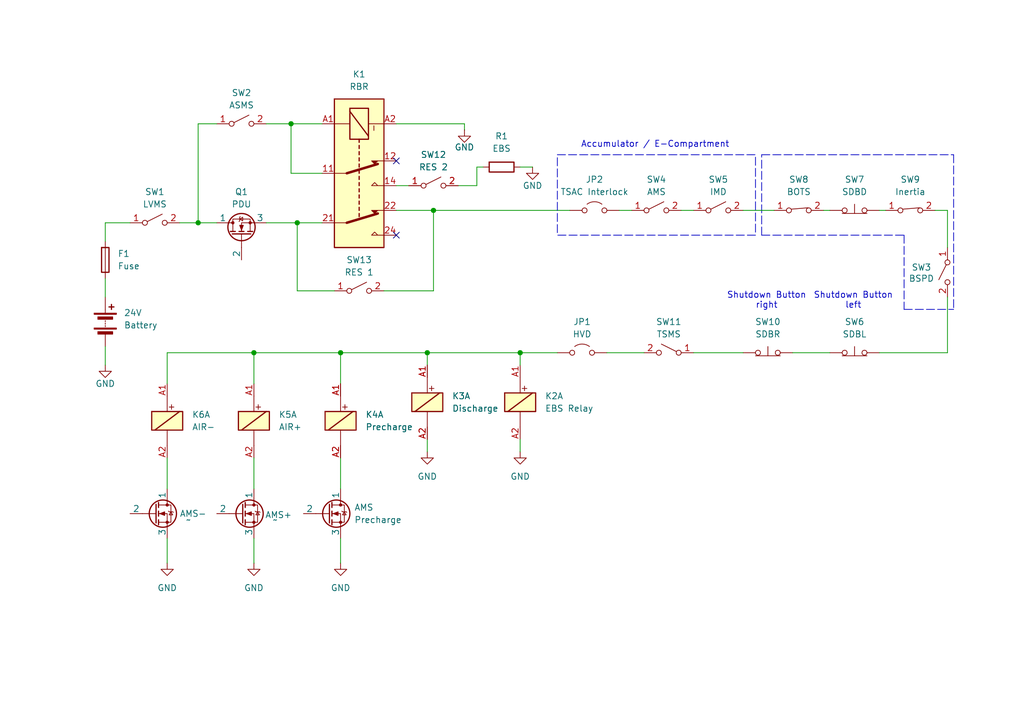
<source format=kicad_sch>
(kicad_sch (version 20231120) (generator "eeschema") (generator_version "8.0")
  (paper "A5")
  (lib_symbols
    (symbol "Device:Battery" (pin_numbers hide) (pin_names (offset 0) hide)
      (property "Reference" "BT" (at 2.54 2.54 0))
      (property "Value" "Battery" (at 2.54 0 0))
      (symbol "Battery_0_1"
        (rectangle (start -2.286 -1.27) (end 2.286 -1.524) (fill (type outline)))
        (rectangle (start -2.286 1.778) (end 2.286 1.524) (fill (type outline)))
        (rectangle (start -1.524 -2.032) (end 1.524 -2.54) (fill (type outline)))
        (rectangle (start -1.524 1.016) (end 1.524 0.508) (fill (type outline)))
        (polyline (pts (xy 0 -1.016) (xy 0 -0.762)))
        (polyline (pts (xy 0 -0.508) (xy 0 -0.254)))
        (polyline (pts (xy 0 0) (xy 0 0.254)))
        (polyline (pts (xy 0 1.778) (xy 0 2.54)))
        (polyline (pts (xy 0.762 3.048) (xy 1.778 3.048)) (stroke (width 0.254)))
        (polyline (pts (xy 1.27 3.556) (xy 1.27 2.54)) (stroke (width 0.254)))
      )
      (symbol "Battery_1_1"
        (pin passive line (at 0 5.08 270) (length 2.54) (name "+") (number "1"))
        (pin passive line (at 0 -5.08 90) (length 2.54) (name "-") (number "2"))
      )
    )
    (symbol "Device:Fuse" (pin_numbers hide) (pin_names (offset 0))
      (property "Reference" "F" (at 2.032 0 90))
      (property "Value" "Fuse" (at -1.905 0 90))
      (symbol "Fuse_0_1"
        (rectangle (start -0.762 -2.54) (end 0.762 2.54) (stroke (width 0.254)))
        (polyline (pts (xy 0 2.54) (xy 0 -2.54)))
      )
      (symbol "Fuse_1_1"
        (pin passive line (at 0 3.81 270) (length 1.27) (name "~") (number "1"))
        (pin passive line (at 0 -3.81 90) (length 1.27) (name "~") (number "2"))
      )
    )
    (symbol "FaSTTUBe_PnP:0Ω" (pin_numbers hide) (pin_names (offset 0))
      (property "Reference" "R" (at 2.032 0 90))
      (property "Value" "0Ω" (at -2.54 0 90))
      (symbol "0Ω_0_1"
        (rectangle (start -1.016 -2.54) (end 1.016 2.54) (stroke (width 0.254)))
      )
      (symbol "0Ω_1_1"
        (pin passive line (at 0 3.81 270) (length 1.27) (name "~") (number "1"))
        (pin passive line (at 0 -3.81 90) (length 1.27) (name "~") (number "2"))
      )
    )
    (symbol "Jumper:Jumper_2_Open" (pin_numbers hide) (pin_names (offset 0) hide) (exclude_from_sim yes)
      (property "Reference" "JP" (at 0 2.794 0))
      (property "Value" "Jumper_2_Open" (at 0 -2.286 0))
      (symbol "Jumper_2_Open_0_0"
        (circle (center -2.032 0) (radius 0.508))
        (circle (center 2.032 0) (radius 0.508))
      )
      (symbol "Jumper_2_Open_0_1"
        (arc (start 1.524 1.27) (mid 0 1.778) (end -1.524 1.27))
      )
      (symbol "Jumper_2_Open_1_1"
        (pin passive line (at -5.08 0 0) (length 2.54) (name "A") (number "1"))
        (pin passive line (at 5.08 0 180) (length 2.54) (name "B") (number "2"))
      )
    )
    (symbol "NMOS_1" (pin_numbers hide) (pin_names (offset 0))
      (property "Reference" "Q2" (at 6.35 1.2701 0))
      (property "Value" "NMOS" (at 6.35 -1.2699 0))
      (symbol "NMOS_1_0_1"
        (polyline (pts (xy 0.254 0) (xy -2.54 0)))
        (polyline (pts (xy 0.254 1.905) (xy 0.254 -1.905)) (stroke (width 0.254)))
        (polyline (pts (xy 0.762 -1.27) (xy 0.762 -2.286)) (stroke (width 0.254)))
        (polyline (pts (xy 0.762 0.508) (xy 0.762 -0.508)) (stroke (width 0.254)))
        (polyline (pts (xy 0.762 2.286) (xy 0.762 1.27)) (stroke (width 0.254)))
        (polyline (pts (xy 2.54 2.54) (xy 2.54 1.778)))
        (polyline (pts (xy 2.54 -2.54) (xy 2.54 0) (xy 0.762 0)))
        (polyline (pts (xy 0.762 -1.778) (xy 3.302 -1.778) (xy 3.302 1.778) (xy 0.762 1.778)))
        (polyline (pts (xy 1.016 0) (xy 2.032 0.381) (xy 2.032 -0.381) (xy 1.016 0)) (fill (type outline)))
        (polyline (pts (xy 2.794 0.508) (xy 2.921 0.381) (xy 3.683 0.381) (xy 3.81 0.254)))
        (polyline (pts (xy 3.302 0.381) (xy 2.921 -0.254) (xy 3.683 -0.254) (xy 3.302 0.381)))
        (circle (center 1.651 0) (radius 2.794) (stroke (width 0.254)))
        (circle (center 2.54 -1.778) (radius 0.254) (fill (type outline)))
        (circle (center 2.54 1.778) (radius 0.254) (fill (type outline)))
      )
      (symbol "NMOS_1_1_1"
        (pin passive line (at 2.54 5.08 270) (length 2.54) (name "1") (number "1"))
        (pin input line (at -5.08 0 0) (length 2.54) (name "2") (number "2"))
        (pin passive line (at 2.54 -5.08 90) (length 2.54) (name "3") (number "3"))
      )
    )
    (symbol "NMOS_2" (pin_numbers hide) (pin_names (offset 0))
      (property "Reference" "AMS+" (at 6.35 1.2701 0))
      (property "Value" "NMOS" (at 6.35 -1.2699 0))
      (symbol "NMOS_2_0_1"
        (polyline (pts (xy 0.254 0) (xy -2.54 0)))
        (polyline (pts (xy 0.254 1.905) (xy 0.254 -1.905)) (stroke (width 0.254)))
        (polyline (pts (xy 0.762 -1.27) (xy 0.762 -2.286)) (stroke (width 0.254)))
        (polyline (pts (xy 0.762 0.508) (xy 0.762 -0.508)) (stroke (width 0.254)))
        (polyline (pts (xy 0.762 2.286) (xy 0.762 1.27)) (stroke (width 0.254)))
        (polyline (pts (xy 2.54 2.54) (xy 2.54 1.778)))
        (polyline (pts (xy 2.54 -2.54) (xy 2.54 0) (xy 0.762 0)))
        (polyline (pts (xy 0.762 -1.778) (xy 3.302 -1.778) (xy 3.302 1.778) (xy 0.762 1.778)))
        (polyline (pts (xy 1.016 0) (xy 2.032 0.381) (xy 2.032 -0.381) (xy 1.016 0)) (fill (type outline)))
        (polyline (pts (xy 2.794 0.508) (xy 2.921 0.381) (xy 3.683 0.381) (xy 3.81 0.254)))
        (polyline (pts (xy 3.302 0.381) (xy 2.921 -0.254) (xy 3.683 -0.254) (xy 3.302 0.381)))
        (circle (center 1.651 0) (radius 2.794) (stroke (width 0.254)))
        (circle (center 2.54 -1.778) (radius 0.254) (fill (type outline)))
        (circle (center 2.54 1.778) (radius 0.254) (fill (type outline)))
      )
      (symbol "NMOS_2_1_1"
        (pin passive line (at 2.54 5.08 270) (length 2.54) (name "1") (number "1"))
        (pin input line (at -5.08 0 0) (length 2.54) (name "2") (number "2"))
        (pin passive line (at 2.54 -5.08 90) (length 2.54) (name "3") (number "3"))
      )
    )
    (symbol "NMOS_3" (pin_numbers hide) (pin_names (offset 0))
      (property "Reference" "AMS-" (at 6.35 1.2701 0))
      (property "Value" "NMOS" (at 6.35 -1.2699 0))
      (symbol "NMOS_3_0_1"
        (polyline (pts (xy 0.254 0) (xy -2.54 0)))
        (polyline (pts (xy 0.254 1.905) (xy 0.254 -1.905)) (stroke (width 0.254)))
        (polyline (pts (xy 0.762 -1.27) (xy 0.762 -2.286)) (stroke (width 0.254)))
        (polyline (pts (xy 0.762 0.508) (xy 0.762 -0.508)) (stroke (width 0.254)))
        (polyline (pts (xy 0.762 2.286) (xy 0.762 1.27)) (stroke (width 0.254)))
        (polyline (pts (xy 2.54 2.54) (xy 2.54 1.778)))
        (polyline (pts (xy 2.54 -2.54) (xy 2.54 0) (xy 0.762 0)))
        (polyline (pts (xy 0.762 -1.778) (xy 3.302 -1.778) (xy 3.302 1.778) (xy 0.762 1.778)))
        (polyline (pts (xy 1.016 0) (xy 2.032 0.381) (xy 2.032 -0.381) (xy 1.016 0)) (fill (type outline)))
        (polyline (pts (xy 2.794 0.508) (xy 2.921 0.381) (xy 3.683 0.381) (xy 3.81 0.254)))
        (polyline (pts (xy 3.302 0.381) (xy 2.921 -0.254) (xy 3.683 -0.254) (xy 3.302 0.381)))
        (circle (center 1.651 0) (radius 2.794) (stroke (width 0.254)))
        (circle (center 2.54 -1.778) (radius 0.254) (fill (type outline)))
        (circle (center 2.54 1.778) (radius 0.254) (fill (type outline)))
      )
      (symbol "NMOS_3_1_1"
        (pin passive line (at 2.54 5.08 270) (length 2.54) (name "1") (number "1"))
        (pin input line (at -5.08 0 0) (length 2.54) (name "2") (number "2"))
        (pin passive line (at 2.54 -5.08 90) (length 2.54) (name "3") (number "3"))
      )
    )
    (symbol "Relay:AZ850P1-x"
      (property "Reference" "K1" (at -20.32 0 90))
      (property "Value" "RSR" (at -17.78 0 90))
      (symbol "AZ850P1-x_0_0"
        (text "-" (at -9.271 2.921 0) (effects (font (size 1.27 1.27))))
      )
      (symbol "AZ850P1-x_0_1"
        (rectangle (start -15.24 5.08) (end 15.24 -5.08) (stroke (width 0.254)) (fill (type background)))
        (rectangle (start -13.335 1.905) (end -6.985 -1.905) (stroke (width 0.254)))
        (polyline (pts (xy -12.7 -1.905) (xy -7.62 1.905)) (stroke (width 0.254)))
        (polyline (pts (xy -10.16 -5.08) (xy -10.16 -1.905)))
        (polyline (pts (xy -10.16 5.08) (xy -10.16 1.905)))
        (polyline (pts (xy -6.985 0) (xy -6.35 0)) (stroke (width 0.254)))
        (polyline (pts (xy -5.715 0) (xy -5.08 0)) (stroke (width 0.254)))
        (polyline (pts (xy -4.445 0) (xy -3.81 0)) (stroke (width 0.254)))
        (polyline (pts (xy -3.175 0) (xy -2.54 0)) (stroke (width 0.254)))
        (polyline (pts (xy -1.905 0) (xy -1.27 0)) (stroke (width 0.254)))
        (polyline (pts (xy -0.635 0) (xy 0 0)) (stroke (width 0.254)))
        (polyline (pts (xy 0 -2.54) (xy -1.905 3.81)) (stroke (width 0.508)))
        (polyline (pts (xy 0 -2.54) (xy 0 -5.08)))
        (polyline (pts (xy 0.635 0) (xy 1.27 0)) (stroke (width 0.254)))
        (polyline (pts (xy 1.905 0) (xy 2.54 0)) (stroke (width 0.254)))
        (polyline (pts (xy 3.175 0) (xy 3.81 0)) (stroke (width 0.254)))
        (polyline (pts (xy 4.445 0) (xy 5.08 0)) (stroke (width 0.254)))
        (polyline (pts (xy 5.715 0) (xy 6.35 0)) (stroke (width 0.254)))
        (polyline (pts (xy 6.985 0) (xy 7.62 0)) (stroke (width 0.254)))
        (polyline (pts (xy 8.255 0) (xy 8.89 0)) (stroke (width 0.254)))
        (polyline (pts (xy 10.16 -2.54) (xy 8.255 3.81)) (stroke (width 0.508)))
        (polyline (pts (xy 10.16 -2.54) (xy 10.16 -5.08)))
        (polyline (pts (xy -2.54 5.08) (xy -2.54 2.54) (xy -1.905 3.175) (xy -2.54 3.81)) (fill (type outline)))
        (polyline (pts (xy 2.54 5.08) (xy 2.54 2.54) (xy 1.905 3.175) (xy 2.54 3.81)))
        (polyline (pts (xy 7.62 5.08) (xy 7.62 2.54) (xy 8.255 3.175) (xy 7.62 3.81)) (fill (type outline)))
        (polyline (pts (xy 12.7 5.08) (xy 12.7 2.54) (xy 12.065 3.175) (xy 12.7 3.81)))
      )
      (symbol "AZ850P1-x_1_1"
        (pin passive line (at 0 -7.62 90) (length 2.54) (name "~") (number "11"))
        (pin passive line (at -2.54 7.62 270) (length 2.54) (name "~") (number "12"))
        (pin passive line (at 2.54 7.62 270) (length 2.54) (name "~") (number "14"))
        (pin passive line (at 10.16 -7.62 90) (length 2.54) (name "~") (number "21"))
        (pin passive line (at 7.62 7.62 270) (length 2.54) (name "~") (number "22"))
        (pin passive line (at 12.7 7.62 270) (length 2.54) (name "~") (number "24"))
        (pin passive line (at -10.16 -7.62 90) (length 2.54) (name "") (number "A1"))
        (pin passive line (at -10.16 7.62 270) (length 2.54) (name "~") (number "A2"))
      )
    )
    (symbol "Relay:COTO_3660_Split"
      (property "Reference" "K" (at 5.08 2.54 0))
      (property "Value" "COTO_3660_Split" (at 5.08 0 0))
      (symbol "COTO_3660_Split_1_0"
        (text "+" (at 0.889 2.921 0) (effects (font (size 1.27 1.27))))
      )
      (symbol "COTO_3660_Split_1_1"
        (rectangle (start -3.175 1.905) (end 3.175 -1.905) (stroke (width 0.254)) (fill (type background)))
        (polyline (pts (xy -2.54 -1.905) (xy 2.54 1.905)) (stroke (width 0.254)))
        (polyline (pts (xy 0 -5.08) (xy 0 -1.905)))
        (polyline (pts (xy 0 5.08) (xy 0 1.905)))
        (pin passive line (at 0 7.62 270) (length 2.54) (name "~") (number "A1"))
        (pin passive line (at 0 -7.62 90) (length 2.54) (name "~") (number "A2"))
      )
      (symbol "COTO_3660_Split_2_1"
        (polyline (pts (xy -3.175 0) (xy -2.54 0)) (stroke (width 0.254)))
        (polyline (pts (xy -1.905 0) (xy -1.27 0)) (stroke (width 0.254)))
        (polyline (pts (xy 0 2.54) (xy -1.905 -3.81)) (stroke (width 0.508)))
        (polyline (pts (xy 0 2.54) (xy 0 5.08)))
        (polyline (pts (xy 0 -5.08) (xy 0 -2.54) (xy -0.635 -3.175) (xy 0 -3.81)))
        (pin passive line (at 0 7.62 270) (length 2.54) (name "~") (number "13"))
        (pin passive line (at 0 -7.62 90) (length 2.54) (name "~") (number "14"))
      )
      (symbol "COTO_3660_Split_3_1"
        (polyline (pts (xy -3.175 0) (xy -2.54 0)) (stroke (width 0.254)))
        (polyline (pts (xy -1.905 0) (xy -1.27 0)) (stroke (width 0.254)))
        (polyline (pts (xy 0 2.54) (xy -1.905 -3.81)) (stroke (width 0.508)))
        (polyline (pts (xy 0 2.54) (xy 0 5.08)))
        (polyline (pts (xy 0 -5.08) (xy 0 -2.54) (xy -0.635 -3.175) (xy 0 -3.81)))
        (pin passive line (at 0 7.62 270) (length 2.54) (name "~") (number "23"))
        (pin passive line (at 0 -7.62 90) (length 2.54) (name "~") (number "24"))
      )
      (symbol "COTO_3660_Split_4_1"
        (polyline (pts (xy -3.175 0) (xy -2.54 0)) (stroke (width 0.254)))
        (polyline (pts (xy -1.905 0) (xy -1.27 0)) (stroke (width 0.254)))
        (polyline (pts (xy 0 2.54) (xy -1.905 -3.81)) (stroke (width 0.508)))
        (polyline (pts (xy 0 2.54) (xy 0 5.08)))
        (polyline (pts (xy 1.27 3.81) (xy 1.27 -3.81)) (stroke (width 0) (type dash)))
        (polyline (pts (xy 0 5.08) (xy 1.27 5.08) (xy 1.27 3.81)))
        (polyline (pts (xy 0 -5.08) (xy 0 -2.54) (xy -0.635 -3.175) (xy 0 -3.81)))
        (circle (center 0 5.08) (radius 0.1524))
        (pin passive line (at 0 7.62 270) (length 2.54) (name "~") (number "33"))
        (pin passive line (at 0 -7.62 90) (length 2.54) (name "~") (number "34"))
      )
    )
    (symbol "SDC:SW_SPST_NC" (pin_names (offset 0) hide)
      (property "Reference" "SW" (at 0 3.175 0))
      (property "Value" "SW_SPST_NC" (at 0 -2.54 0))
      (symbol "SW_SPST_NC_0_0"
        (circle (center -2.032 0) (radius 0.508))
        (polyline (pts (xy -1.524 0.254) (xy 1.8505 0.5387)))
        (circle (center 2.032 0) (radius 0.508))
      )
      (symbol "SW_SPST_NC_1_1"
        (pin passive line (at -5.08 0 0) (length 2.54) (name "A") (number "1"))
        (pin passive line (at 5.08 0 180) (length 2.54) (name "B") (number "2"))
      )
    )
    (symbol "Simulation_SPICE:NMOS" (pin_numbers hide) (pin_names (offset 0))
      (property "Reference" "Q1" (at 8.89 0 90))
      (property "Value" "PDU" (at 6.35 0 90))
      (symbol "NMOS_0_1"
        (polyline (pts (xy 0.254 0) (xy -2.54 0)))
        (polyline (pts (xy 0.254 1.905) (xy 0.254 -1.905)) (stroke (width 0.254)))
        (polyline (pts (xy 0.762 -1.27) (xy 0.762 -2.286)) (stroke (width 0.254)))
        (polyline (pts (xy 0.762 0.508) (xy 0.762 -0.508)) (stroke (width 0.254)))
        (polyline (pts (xy 0.762 2.286) (xy 0.762 1.27)) (stroke (width 0.254)))
        (polyline (pts (xy 2.54 2.54) (xy 2.54 1.778)))
        (polyline (pts (xy 2.54 -2.54) (xy 2.54 0) (xy 0.762 0)))
        (polyline (pts (xy 0.762 -1.778) (xy 3.302 -1.778) (xy 3.302 1.778) (xy 0.762 1.778)))
        (polyline (pts (xy 1.016 0) (xy 2.032 0.381) (xy 2.032 -0.381) (xy 1.016 0)) (fill (type outline)))
        (polyline (pts (xy 2.794 0.508) (xy 2.921 0.381) (xy 3.683 0.381) (xy 3.81 0.254)))
        (polyline (pts (xy 3.302 0.381) (xy 2.921 -0.254) (xy 3.683 -0.254) (xy 3.302 0.381)))
        (circle (center 1.651 0) (radius 2.794) (stroke (width 0.254)))
        (circle (center 2.54 -1.778) (radius 0.254) (fill (type outline)))
        (circle (center 2.54 1.778) (radius 0.254) (fill (type outline)))
      )
      (symbol "NMOS_1_1"
        (pin input line (at -5.08 0 0) (length 2.54) (name "2") (number ""))
        (pin passive line (at 2.54 5.08 270) (length 2.54) (name "1") (number "1"))
        (pin passive line (at 2.54 -5.08 90) (length 2.54) (name "3") (number "3"))
      )
    )
    (symbol "Switch:SW_Push_Open" (pin_numbers hide) (pin_names (offset 1.016) hide)
      (property "Reference" "SW" (at 0 2.54 0))
      (property "Value" "SW_Push_Open" (at 0 -1.905 0))
      (symbol "SW_Push_Open_0_1"
        (circle (center -2.032 0) (radius 0.508))
        (polyline (pts (xy -2.54 -0.635) (xy 2.54 -0.635)))
        (polyline (pts (xy 0 -0.635) (xy 0 1.27)))
        (circle (center 2.032 0) (radius 0.508))
        (pin passive line (at -5.08 0 0) (length 2.54) (name "A") (number "1"))
      )
      (symbol "SW_Push_Open_1_1"
        (pin passive line (at 5.08 0 180) (length 2.54) (name "B") (number "2"))
      )
    )
    (symbol "Switch:SW_SPST" (pin_names (offset 0) hide)
      (property "Reference" "SW" (at 0 3.175 0))
      (property "Value" "SW_SPST" (at 0 -2.54 0))
      (symbol "SW_SPST_0_0"
        (circle (center -2.032 0) (radius 0.508))
        (polyline (pts (xy -1.524 0.254) (xy 1.524 1.778)))
        (circle (center 2.032 0) (radius 0.508))
      )
      (symbol "SW_SPST_1_1"
        (pin passive line (at -5.08 0 0) (length 2.54) (name "A") (number "1"))
        (pin passive line (at 5.08 0 180) (length 2.54) (name "B") (number "2"))
      )
    )
    (symbol "power:GND" (power) (pin_numbers hide) (pin_names (offset 0) hide)
      (property "Value" "GND" (at 0 -3.81 0))
      (symbol "GND_0_1"
        (polyline (pts (xy 0 0) (xy 0 -1.27) (xy 1.27 -1.27) (xy 0 -2.54) (xy -1.27 -1.27) (xy 0 -1.27)))
      )
      (symbol "GND_1_1"
        (pin power_in line (at 0 0 270) (length 0) (name "~") (number "1"))
      )
    )
  )
  (junction (at 69.85 72.39))
  (junction (at 59.69 25.4))
  (junction (at 40.64 45.72))
  (junction (at 106.68 72.39))
  (junction (at 60.96 45.72))
  (junction (at 52.07 72.39))
  (junction (at 87.63 72.39))
  (junction (at 88.9 43.18))
  (no_connect (at 81.28 33.02))
  (no_connect (at 81.28 48.26))
  (wire (pts (xy 97.79 34.29) (xy 99.06 34.29)))
  (wire (pts (xy 54.61 25.4) (xy 59.69 25.4)))
  (wire (pts (xy 194.31 43.18) (xy 191.77 43.18)))
  (wire (pts (xy 97.79 38.1) (xy 93.98 38.1)))
  (wire (pts (xy 34.29 72.39) (xy 52.07 72.39)))
  (wire (pts (xy 127 43.18) (xy 129.54 43.18)))
  (wire (pts (xy 81.28 43.18) (xy 88.9 43.18)))
  (polyline (pts (xy 156.21 48.26) (xy 156.21 31.75)) (stroke (width 0) (type dash)))
  (wire (pts (xy 34.29 93.98) (xy 34.29 100.33)))
  (polyline (pts (xy 156.21 48.26) (xy 185.42 48.26)) (stroke (width 0) (type dash)))
  (wire (pts (xy 109.22 34.29) (xy 106.68 34.29)))
  (wire (pts (xy 60.96 45.72) (xy 66.04 45.72)))
  (polyline (pts (xy 156.21 31.75) (xy 195.58 31.75)) (stroke (width 0) (type dash)))
  (wire (pts (xy 97.79 34.29) (xy 97.79 38.1)))
  (wire (pts (xy 60.96 59.69) (xy 68.58 59.69)))
  (wire (pts (xy 69.85 72.39) (xy 69.85 78.74)))
  (wire (pts (xy 87.63 72.39) (xy 87.63 74.93)))
  (wire (pts (xy 180.34 43.18) (xy 181.61 43.18)))
  (wire (pts (xy 194.31 60.96) (xy 194.31 72.39)))
  (wire (pts (xy 59.69 25.4) (xy 59.69 35.56)))
  (wire (pts (xy 142.24 72.39) (xy 152.4 72.39)))
  (wire (pts (xy 152.4 43.18) (xy 158.75 43.18)))
  (wire (pts (xy 21.59 45.72) (xy 26.67 45.72)))
  (polyline (pts (xy 185.42 48.26) (xy 185.42 63.5)) (stroke (width 0) (type dash)))
  (wire (pts (xy 52.07 72.39) (xy 69.85 72.39)))
  (wire (pts (xy 54.61 45.72) (xy 60.96 45.72)))
  (wire (pts (xy 69.85 72.39) (xy 87.63 72.39)))
  (wire (pts (xy 162.56 72.39) (xy 170.18 72.39)))
  (wire (pts (xy 194.31 43.18) (xy 194.31 50.8)))
  (wire (pts (xy 168.91 43.18) (xy 170.18 43.18)))
  (wire (pts (xy 88.9 59.69) (xy 88.9 43.18)))
  (wire (pts (xy 40.64 45.72) (xy 44.45 45.72)))
  (wire (pts (xy 81.28 38.1) (xy 83.82 38.1)))
  (wire (pts (xy 87.63 72.39) (xy 106.68 72.39)))
  (wire (pts (xy 44.45 25.4) (xy 40.64 25.4)))
  (wire (pts (xy 88.9 43.18) (xy 116.84 43.18)))
  (wire (pts (xy 69.85 93.98) (xy 69.85 100.33)))
  (wire (pts (xy 34.29 72.39) (xy 34.29 78.74)))
  (wire (pts (xy 52.07 93.98) (xy 52.07 100.33)))
  (wire (pts (xy 81.28 25.4) (xy 95.25 25.4)))
  (wire (pts (xy 106.68 72.39) (xy 106.68 74.93)))
  (wire (pts (xy 87.63 90.17) (xy 87.63 92.71)))
  (wire (pts (xy 78.74 59.69) (xy 88.9 59.69)))
  (wire (pts (xy 124.46 72.39) (xy 132.08 72.39)))
  (polyline (pts (xy 195.58 31.75) (xy 195.58 63.5)) (stroke (width 0) (type dash)))
  (wire (pts (xy 21.59 57.15) (xy 21.59 60.96)))
  (wire (pts (xy 36.83 45.72) (xy 40.64 45.72)))
  (wire (pts (xy 34.29 110.49) (xy 34.29 115.57)))
  (polyline (pts (xy 185.42 63.5) (xy 195.58 63.5)) (stroke (width 0) (type dash)))
  (wire (pts (xy 21.59 71.12) (xy 21.59 74.93)))
  (wire (pts (xy 21.59 45.72) (xy 21.59 49.53)))
  (wire (pts (xy 59.69 35.56) (xy 66.04 35.56)))
  (wire (pts (xy 52.07 110.49) (xy 52.07 115.57)))
  (wire (pts (xy 59.69 25.4) (xy 66.04 25.4)))
  (wire (pts (xy 180.34 72.39) (xy 194.31 72.39)))
  (wire (pts (xy 69.85 110.49) (xy 69.85 115.57)))
  (wire (pts (xy 106.68 90.17) (xy 106.68 92.71)))
  (wire (pts (xy 60.96 45.72) (xy 60.96 59.69)))
  (wire (pts (xy 106.68 72.39) (xy 114.3 72.39)))
  (wire (pts (xy 139.7 43.18) (xy 142.24 43.18)))
  (wire (pts (xy 40.64 25.4) (xy 40.64 45.72)))
  (wire (pts (xy 52.07 72.39) (xy 52.07 78.74)))
  (wire (pts (xy 95.25 25.4) (xy 95.25 26.67)))
  (rectangle (start 114.3 31.75) (end 154.94 48.26) (stroke (width 0) (type dash)))
  (text "Shutdown Button\nright" (at 157.226 61.722 0) (effects (font (size 1.27 1.27))))
  (text "Shutdown Button\nleft" (at 175.006 61.722 0) (effects (font (size 1.27 1.27))))
  (text "Accumulator / E-Compartment" (at 134.366 29.718 0) (effects (font (size 1.27 1.27))))
  (symbol (lib_id "Simulation_SPICE:NMOS") (at 49.53 48.26 90) (unit 1)
    (property "Reference" "Q1" (at 49.53 39.37 90))
    (property "Value" "PDU" (at 49.53 41.91 90))
    (property "Datasheet" "https://ngspice.sourceforge.io/docs/ngspice-html-manual/manual.xhtml#cha_MOSFETs" (effects (hide yes)))
    (property "Description" "N-MOSFET transistor, drain/source/gate" (effects (hide yes)))
    (property "Sim.Device" "NMOS" (effects (hide yes)))
    (property "Sim.Type" "VDMOS" (effects (hide yes)))
    (property "Sim.Pins" "1=D 2=G 3=S" (effects (hide yes)))
  )
  (symbol (lib_id "Device:Battery") (at 21.59 66.04 0) (unit 1)
    (property "Reference" "24V" (at 25.4 64.1984 0) (effects (justify left)))
    (property "Value" "Battery" (at 25.4 66.7384 0) (effects (justify left)))
    (property "Description" "Multiple-cell battery" (effects (hide yes)))
  )
  (symbol (lib_id "Relay:COTO_3660_Split") (at 106.68 82.55 0) (unit 1)
    (property "Reference" "K2" (at 111.76 81.2799 0) (effects (justify left)))
    (property "Value" "EBS Relay" (at 111.76 83.8199 0) (effects (justify left)))
    (property "Footprint" "Relay_THT:Relay_3PST_COTO_3660" (effects (hide yes)))
    (property "Datasheet" "https://cotorelay.com/wp-content/uploads/2014/09/3600_series_reed_relay_datasheet.pdf" (effects (hide yes)))
    (property "Description" "Low thermal EMF 3PST-NO reed relay, 150V 0.25A, similar to 3650 but with shared shield/contact, 30.48x16.76x12.06mm" (effects (hide yes)))
  )
  (symbol (lib_id "Switch:SW_Push_Open") (at 157.48 72.39 0) (unit 1)
    (property "Reference" "SW10" (at 157.48 66.04 0))
    (property "Value" "SDBR" (at 157.48 68.58 0))
    (property "Description" "Push button switch, push-to-open, generic, two pins" (effects (hide yes)))
  )
  (symbol (lib_id "Relay:AZ850P1-x") (at 73.66 35.56 270) (unit 1)
    (property "Reference" "K1" (at 73.66 15.24 90))
    (property "Value" "RBR" (at 73.66 17.78 90))
    (property "Footprint" "Relay_THT:Relay_DPDT_FRT5" (effects (hide yes)))
    (property "Datasheet" "http://www.azettler.com/pdfs/az850.pdf" (effects (hide yes)))
    (property "Description" "American Zettler, Microminiature Polarised Dual Pole Relay Bistable" (effects (hide yes)))
  )
  (symbol (lib_name "NMOS_2") (lib_id "Simulation_SPICE:NMOS") (at 49.53 105.41 0) (unit 1)
    (property "Reference" "AMS+" (at 54.356 105.664 0) (effects (justify left)))
    (property "Value" "~" (at 55.88 106.68 0) (effects (justify left)))
    (property "Datasheet" "https://ngspice.sourceforge.io/docs/ngspice-html-manual/manual.xhtml#cha_MOSFETs" (effects (hide yes)))
    (property "Description" "N-MOSFET transistor, drain/source/gate" (effects (hide yes)))
    (property "Sim.Device" "NMOS" (effects (hide yes)))
    (property "Sim.Type" "VDMOS" (effects (hide yes)))
    (property "Sim.Pins" "1=D 2=G 3=S" (effects (hide yes)))
  )
  (symbol (lib_id "Relay:COTO_3660_Split") (at 87.63 82.55 0) (unit 1)
    (property "Reference" "K3" (at 92.71 81.2799 0) (effects (justify left)))
    (property "Value" "Discharge" (at 92.71 83.8199 0) (effects (justify left)))
    (property "Footprint" "Relay_THT:Relay_3PST_COTO_3660" (effects (hide yes)))
    (property "Datasheet" "https://cotorelay.com/wp-content/uploads/2014/09/3600_series_reed_relay_datasheet.pdf" (effects (hide yes)))
    (property "Description" "Low thermal EMF 3PST-NO reed relay, 150V 0.25A, similar to 3650 but with shared shield/contact, 30.48x16.76x12.06mm" (effects (hide yes)))
  )
  (symbol (lib_name "NMOS_3") (lib_id "Simulation_SPICE:NMOS") (at 31.75 105.41 0) (unit 1)
    (property "Reference" "AMS-" (at 36.83 105.41 0) (effects (justify left)))
    (property "Value" "~" (at 38.1 106.68 0) (effects (justify left)))
    (property "Datasheet" "https://ngspice.sourceforge.io/docs/ngspice-html-manual/manual.xhtml#cha_MOSFETs" (effects (hide yes)))
    (property "Description" "N-MOSFET transistor, drain/source/gate" (effects (hide yes)))
    (property "Sim.Device" "NMOS" (effects (hide yes)))
    (property "Sim.Type" "VDMOS" (effects (hide yes)))
    (property "Sim.Pins" "1=D 2=G 3=S" (effects (hide yes)))
  )
  (symbol (lib_id "Device:Fuse") (at 21.59 53.34 0) (unit 1)
    (property "Reference" "F1" (at 24.13 52.0699 0) (effects (justify left)))
    (property "Value" "Fuse" (at 24.13 54.6099 0) (effects (justify left)))
    (property "Description" "Fuse" (effects (hide yes)))
  )
  (symbol (lib_id "power:GND") (at 87.63 92.71 0) (unit 1)
    (property "Reference" "#PWR07" (effects (hide yes)))
    (property "Value" "GND" (at 87.63 97.79 0))
    (property "Description" "Power symbol creates a global label with name \"GND\" , ground" (effects (hide yes)))
  )
  (symbol (lib_id "power:GND") (at 95.25 26.67 0) (unit 1)
    (property "Reference" "#PWR02" (effects (hide yes)))
    (property "Value" "GND" (at 95.25 30.226 0))
    (property "Description" "Power symbol creates a global label with name \"GND\" , ground" (effects (hide yes)))
  )
  (symbol (lib_id "Switch:SW_SPST") (at 31.75 45.72 0) (unit 1)
    (property "Reference" "SW1" (at 31.75 39.37 0))
    (property "Value" "LVMS" (at 31.75 41.91 0))
    (property "Description" "Single Pole Single Throw (SPST) switch" (effects (hide yes)))
  )
  (symbol (lib_id "power:GND") (at 106.68 92.71 0) (unit 1)
    (property "Reference" "#PWR08" (effects (hide yes)))
    (property "Value" "GND" (at 106.68 97.79 0))
    (property "Description" "Power symbol creates a global label with name \"GND\" , ground" (effects (hide yes)))
  )
  (symbol (lib_id "Switch:SW_SPST") (at 88.9 38.1 0) (unit 1)
    (property "Reference" "SW12" (at 88.9 31.75 0))
    (property "Value" "RES 2" (at 88.9 34.29 0))
    (property "Description" "Single Pole Single Throw (SPST) switch" (effects (hide yes)))
  )
  (symbol (lib_id "FaSTTUBe_PnP:0Ω") (at 102.87 34.29 270) (unit 1)
    (property "Reference" "R1" (at 102.87 27.94 90))
    (property "Value" "EBS" (at 102.87 30.48 90))
    (property "Footprint" "Resistor_SMD:R_0603_1608Metric" (effects (hide yes)))
    (property "Description" "(EBS)" (effects (hide yes)))
  )
  (symbol (lib_id "power:GND") (at 21.59 74.93 0) (unit 1)
    (property "Reference" "#PWR01" (effects (hide yes)))
    (property "Value" "GND" (at 21.59 78.74 0))
    (property "Description" "Power symbol creates a global label with name \"GND\" , ground" (effects (hide yes)))
  )
  (symbol (lib_id "Relay:COTO_3660_Split") (at 34.29 86.36 0) (unit 1)
    (property "Reference" "K6" (at 39.37 85.0899 0) (effects (justify left)))
    (property "Value" "AIR-" (at 39.37 87.6299 0) (effects (justify left)))
    (property "Footprint" "Relay_THT:Relay_3PST_COTO_3660" (effects (hide yes)))
    (property "Datasheet" "https://cotorelay.com/wp-content/uploads/2014/09/3600_series_reed_relay_datasheet.pdf" (effects (hide yes)))
    (property "Description" "Low thermal EMF 3PST-NO reed relay, 150V 0.25A, similar to 3650 but with shared shield/contact, 30.48x16.76x12.06mm" (effects (hide yes)))
  )
  (symbol (lib_id "power:GND") (at 34.29 115.57 0) (unit 1)
    (property "Reference" "#PWR04" (effects (hide yes)))
    (property "Value" "GND" (at 34.29 120.65 0))
    (property "Description" "Power symbol creates a global label with name \"GND\" , ground" (effects (hide yes)))
  )
  (symbol (lib_id "Switch:SW_SPST") (at 194.31 55.88 90) (mirror x) (unit 1)
    (property "Reference" "SW3" (at 188.976 54.864 90))
    (property "Value" "BSPD" (at 188.976 57.15 90))
    (property "Description" "Single Pole Single Throw (SPST) switch" (effects (hide yes)))
  )
  (symbol (lib_id "SDC:SW_SPST_NC") (at 163.83 43.18 0) (unit 1)
    (property "Reference" "SW8" (at 163.83 36.83 0))
    (property "Value" "BOTS" (at 163.83 39.37 0))
    (property "Description" "Single Pole Single Throw (SPST) switch normally-closed" (effects (hide yes)))
  )
  (symbol (lib_name "NMOS_1") (lib_id "Simulation_SPICE:NMOS") (at 67.31 105.41 0) (unit 1)
    (property "Reference" "AMS" (at 72.644 104.14 0) (effects (justify left)))
    (property "Value" "Precharge" (at 72.644 106.68 0) (effects (justify left)))
    (property "Datasheet" "https://ngspice.sourceforge.io/docs/ngspice-html-manual/manual.xhtml#cha_MOSFETs" (effects (hide yes)))
    (property "Description" "N-MOSFET transistor, drain/source/gate" (effects (hide yes)))
    (property "Sim.Device" "NMOS" (effects (hide yes)))
    (property "Sim.Type" "VDMOS" (effects (hide yes)))
    (property "Sim.Pins" "1=D 2=G 3=S" (effects (hide yes)))
  )
  (symbol (lib_id "power:GND") (at 109.22 34.29 0) (unit 1)
    (property "Reference" "#PWR03" (effects (hide yes)))
    (property "Value" "GND" (at 109.22 38.1 0))
    (property "Description" "Power symbol creates a global label with name \"GND\" , ground" (effects (hide yes)))
  )
  (symbol (lib_id "Relay:COTO_3660_Split") (at 69.85 86.36 0) (unit 1)
    (property "Reference" "K4" (at 74.93 85.0899 0) (effects (justify left)))
    (property "Value" "Precharge" (at 74.93 87.6299 0) (effects (justify left)))
    (property "Footprint" "Relay_THT:Relay_3PST_COTO_3660" (effects (hide yes)))
    (property "Datasheet" "https://cotorelay.com/wp-content/uploads/2014/09/3600_series_reed_relay_datasheet.pdf" (effects (hide yes)))
    (property "Description" "Low thermal EMF 3PST-NO reed relay, 150V 0.25A, similar to 3650 but with shared shield/contact, 30.48x16.76x12.06mm" (effects (hide yes)))
  )
  (symbol (lib_id "SDC:SW_SPST_NC") (at 186.69 43.18 0) (unit 1)
    (property "Reference" "SW9" (at 186.69 36.83 0))
    (property "Value" "Inertia" (at 186.69 39.37 0))
    (property "Description" "Single Pole Single Throw (SPST) switch normally-closed" (effects (hide yes)))
  )
  (symbol (lib_id "Switch:SW_Push_Open") (at 175.26 72.39 0) (unit 1)
    (property "Reference" "SW6" (at 175.26 66.04 0))
    (property "Value" "SDBL" (at 175.26 68.58 0))
    (property "Description" "Push button switch, push-to-open, generic, two pins" (effects (hide yes)))
  )
  (symbol (lib_id "Switch:SW_SPST") (at 134.62 43.18 0) (unit 1)
    (property "Reference" "SW4" (at 134.62 36.83 0))
    (property "Value" "AMS" (at 134.62 39.37 0))
    (property "Description" "Single Pole Single Throw (SPST) switch" (effects (hide yes)))
  )
  (symbol (lib_id "Jumper:Jumper_2_Open") (at 121.92 43.18 0) (unit 1) (exclude_from_sim yes)
    (property "Reference" "JP2" (at 121.92 36.83 0))
    (property "Value" "TSAC Interlock" (at 121.92 39.37 0))
    (property "Description" "Jumper, 2-pole, open" (effects (hide yes)))
  )
  (symbol (lib_id "Jumper:Jumper_2_Open") (at 119.38 72.39 0) (unit 1) (exclude_from_sim yes)
    (property "Reference" "JP1" (at 119.38 66.04 0))
    (property "Value" "HVD" (at 119.38 68.58 0))
    (property "Description" "Jumper, 2-pole, open" (effects (hide yes)))
  )
  (symbol (lib_id "Switch:SW_Push_Open") (at 175.26 43.18 0) (unit 1)
    (property "Reference" "SW7" (at 175.26 36.83 0))
    (property "Value" "SDBD" (at 175.26 39.37 0))
    (property "Description" "Push button switch, push-to-open, generic, two pins" (effects (hide yes)))
  )
  (symbol (lib_id "power:GND") (at 52.07 115.57 0) (unit 1)
    (property "Reference" "#PWR05" (effects (hide yes)))
    (property "Value" "GND" (at 52.07 120.65 0))
    (property "Description" "Power symbol creates a global label with name \"GND\" , ground" (effects (hide yes)))
  )
  (symbol (lib_id "Relay:COTO_3660_Split") (at 52.07 86.36 0) (unit 1)
    (property "Reference" "K5" (at 57.15 85.0899 0) (effects (justify left)))
    (property "Value" "AIR+" (at 57.15 87.6299 0) (effects (justify left)))
    (property "Footprint" "Relay_THT:Relay_3PST_COTO_3660" (effects (hide yes)))
    (property "Datasheet" "https://cotorelay.com/wp-content/uploads/2014/09/3600_series_reed_relay_datasheet.pdf" (effects (hide yes)))
    (property "Description" "Low thermal EMF 3PST-NO reed relay, 150V 0.25A, similar to 3650 but with shared shield/contact, 30.48x16.76x12.06mm" (effects (hide yes)))
  )
  (symbol (lib_id "power:GND") (at 69.85 115.57 0) (unit 1)
    (property "Reference" "#PWR06" (effects (hide yes)))
    (property "Value" "GND" (at 69.85 120.65 0))
    (property "Description" "Power symbol creates a global label with name \"GND\" , ground" (effects (hide yes)))
  )
  (symbol (lib_id "Switch:SW_SPST") (at 73.66 59.69 0) (unit 1)
    (property "Reference" "SW13" (at 73.66 53.34 0))
    (property "Value" "RES 1" (at 73.66 55.88 0))
    (property "Description" "Single Pole Single Throw (SPST) switch" (effects (hide yes)))
  )
  (symbol (lib_id "Switch:SW_SPST") (at 137.16 72.39 0) (mirror y) (unit 1)
    (property "Reference" "SW11" (at 137.16 66.04 0))
    (property "Value" "TSMS" (at 137.16 68.58 0))
    (property "Description" "Single Pole Single Throw (SPST) switch" (effects (hide yes)))
  )
  (symbol (lib_id "Switch:SW_SPST") (at 147.32 43.18 0) (unit 1)
    (property "Reference" "SW5" (at 147.32 36.83 0))
    (property "Value" "IMD" (at 147.32 39.37 0))
    (property "Description" "Single Pole Single Throw (SPST) switch" (effects (hide yes)))
  )
  (symbol (lib_id "Switch:SW_SPST") (at 49.53 25.4 0) (unit 1)
    (property "Reference" "SW2" (at 49.53 19.05 0))
    (property "Value" "ASMS" (at 49.53 21.59 0))
    (property "Description" "Single Pole Single Throw (SPST) switch" (effects (hide yes)))
  )
)
</source>
